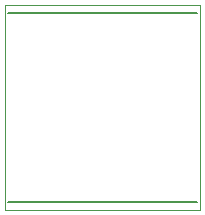
<source format=gm1>
G04 Layer_Color=16711935*
%FSLAX25Y25*%
%MOIN*%
G70*
G01*
G75*
%ADD35C,0.00787*%
%ADD41C,0.00197*%
D35*
X293441Y26055D02*
X356433D01*
X293441Y89047D02*
X356433D01*
D41*
X292457Y23496D02*
X357417D01*
Y91606D01*
X292457D02*
X357417D01*
X292457Y23496D02*
Y91606D01*
M02*

</source>
